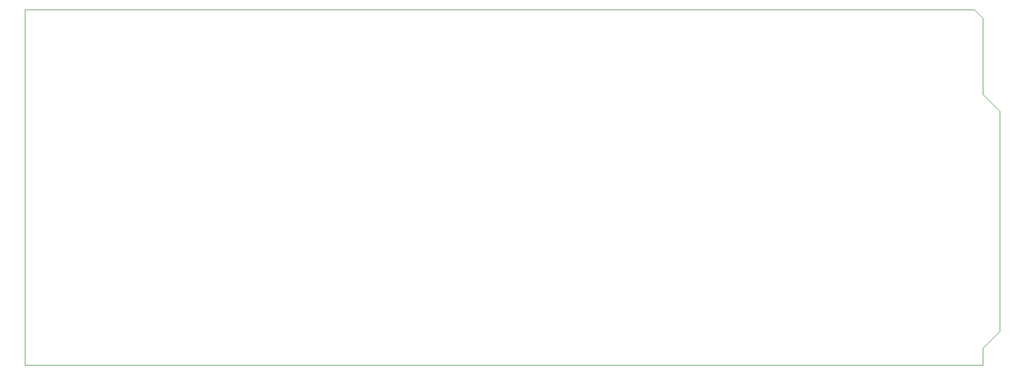
<source format=gbr>
G04 (created by PCBNEW (2013-07-07 BZR 4022)-stable) date 30/12/2014 04:36:30*
%MOIN*%
G04 Gerber Fmt 3.4, Leading zero omitted, Abs format*
%FSLAX34Y34*%
G01*
G70*
G90*
G04 APERTURE LIST*
%ADD10C,0.00590551*%
%ADD11C,0.00393701*%
G04 APERTURE END LIST*
G54D10*
G54D11*
X30000Y-26500D02*
X30000Y-47500D01*
X86000Y-26500D02*
X30000Y-26500D01*
X86500Y-27000D02*
X86000Y-26500D01*
X86500Y-31500D02*
X86500Y-27000D01*
X87500Y-32500D02*
X86500Y-31500D01*
X87500Y-45500D02*
X87500Y-32500D01*
X86500Y-46500D02*
X87500Y-45500D01*
X86500Y-47500D02*
X86500Y-46500D01*
X30000Y-47500D02*
X86500Y-47500D01*
M02*

</source>
